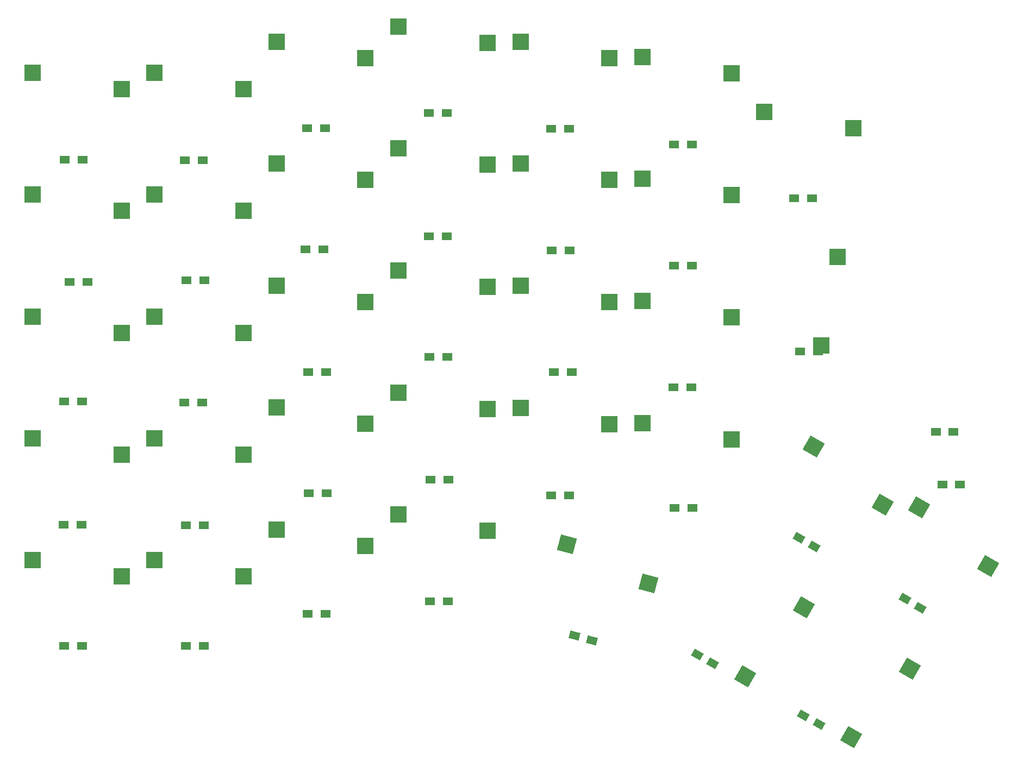
<source format=gtp>
G04 #@! TF.GenerationSoftware,KiCad,Pcbnew,(6.0.11)*
G04 #@! TF.CreationDate,2023-02-13T19:32:05+01:00*
G04 #@! TF.ProjectId,neo-redox,6e656f64-6f78-42e6-9b69-6361645f7063,1.0*
G04 #@! TF.SameCoordinates,Original*
G04 #@! TF.FileFunction,Paste,Top*
G04 #@! TF.FilePolarity,Positive*
%FSLAX46Y46*%
G04 Gerber Fmt 4.6, Leading zero omitted, Abs format (unit mm)*
G04 Created by KiCad (PCBNEW (6.0.11)) date 2023-02-13 19:32:05*
%MOMM*%
%LPD*%
G01*
G04 APERTURE LIST*
G04 Aperture macros list*
%AMRotRect*
0 Rectangle, with rotation*
0 The origin of the aperture is its center*
0 $1 length*
0 $2 width*
0 $3 Rotation angle, in degrees counterclockwise*
0 Add horizontal line*
21,1,$1,$2,0,0,$3*%
G04 Aperture macros list end*
%ADD10RotRect,2.550000X2.500000X330.000000*%
%ADD11R,2.550000X2.500000*%
%ADD12R,1.600000X1.200000*%
%ADD13RotRect,1.600000X1.200000X150.000000*%
%ADD14R,2.500000X2.550000*%
%ADD15RotRect,2.550000X2.500000X240.000000*%
%ADD16RotRect,2.550000X2.500000X345.000000*%
%ADD17R,1.500000X1.200000*%
%ADD18RotRect,1.600000X1.200000X165.000000*%
G04 APERTURE END LIST*
D10*
X171592700Y-95255591D03*
X182317152Y-104380295D03*
D11*
X106910000Y-48840000D03*
X120760000Y-51380000D03*
D12*
X130800000Y-64700000D03*
X133600000Y-64700000D03*
D13*
X169275164Y-109500000D03*
X171700036Y-110900000D03*
X169987564Y-137200000D03*
X172412436Y-138600000D03*
D12*
X111700000Y-81300000D03*
X114500000Y-81300000D03*
X111600000Y-43300000D03*
X114400000Y-43300000D03*
D11*
X87910000Y-89220000D03*
X101760000Y-91760000D03*
X68910000Y-56020000D03*
X82760000Y-58560000D03*
D12*
X130700000Y-102900000D03*
X133500000Y-102900000D03*
X54800000Y-88300000D03*
X57600000Y-88300000D03*
D11*
X125910000Y-70220000D03*
X139760000Y-72760000D03*
D14*
X175280000Y-65710000D03*
X172740000Y-79560000D03*
D10*
X188047200Y-104755591D03*
X198771652Y-113880295D03*
D12*
X149900000Y-104900000D03*
X152700000Y-104900000D03*
D11*
X144910000Y-91620000D03*
X158760000Y-94160000D03*
D12*
X73500000Y-88400000D03*
X76300000Y-88400000D03*
X73792900Y-126400000D03*
X76592900Y-126400000D03*
D13*
X153430164Y-127700000D03*
X155855036Y-129100000D03*
D11*
X49910000Y-37020000D03*
X63760000Y-39560000D03*
X125910000Y-51200000D03*
X139760000Y-53740000D03*
D12*
X111600000Y-62500000D03*
X114400000Y-62500000D03*
X73600000Y-50700000D03*
X76400000Y-50700000D03*
D11*
X163910000Y-43120000D03*
X177760000Y-45660000D03*
X49910000Y-75020000D03*
X63760000Y-77560000D03*
D12*
X169500000Y-80500000D03*
X172300000Y-80500000D03*
X73800000Y-107600000D03*
X76600000Y-107600000D03*
D11*
X125910000Y-89300000D03*
X139760000Y-91840000D03*
D15*
X170081309Y-120387700D03*
X160956605Y-131112152D03*
D11*
X106910000Y-29820000D03*
X120760000Y-32360000D03*
D13*
X185775164Y-119000000D03*
X188200036Y-120400000D03*
D12*
X92792900Y-121400000D03*
X95592900Y-121400000D03*
X131100000Y-83700000D03*
X133900000Y-83700000D03*
X73900000Y-69400000D03*
X76700000Y-69400000D03*
D11*
X68910000Y-94020000D03*
X82760000Y-96560000D03*
X87910000Y-108220000D03*
X101760000Y-110760000D03*
D12*
X55700000Y-69600000D03*
X58500000Y-69600000D03*
D11*
X68910000Y-37020000D03*
X82760000Y-39560000D03*
D12*
X149700000Y-86100000D03*
X152500000Y-86100000D03*
D11*
X144910000Y-72620000D03*
X158760000Y-75160000D03*
D12*
X111792900Y-119400000D03*
X114592900Y-119400000D03*
D16*
X133139127Y-110565125D03*
X145859800Y-116603220D03*
D11*
X49910000Y-94020000D03*
X63760000Y-96560000D03*
X87910000Y-70220000D03*
X101760000Y-72760000D03*
X125910000Y-32200000D03*
X139760000Y-34740000D03*
D12*
X54700000Y-107500000D03*
X57500000Y-107500000D03*
X54800000Y-126400000D03*
X57600000Y-126400000D03*
X149800000Y-67100000D03*
X152600000Y-67100000D03*
D11*
X144910000Y-34620000D03*
X158760000Y-37160000D03*
D12*
X168500000Y-56600000D03*
X171300000Y-56600000D03*
D17*
X194350000Y-101200000D03*
X191650000Y-101200000D03*
D11*
X106910000Y-86920000D03*
X120760000Y-89460000D03*
D12*
X111900000Y-100500000D03*
X114700000Y-100500000D03*
D11*
X87910000Y-32220000D03*
X101760000Y-34760000D03*
X49910000Y-56020000D03*
X63760000Y-58560000D03*
X144910000Y-53580000D03*
X158760000Y-56120000D03*
D12*
X92700000Y-45700000D03*
X95500000Y-45700000D03*
D18*
X134347704Y-124787653D03*
X137052296Y-125512347D03*
D11*
X68910000Y-75020000D03*
X82760000Y-77560000D03*
D12*
X130700000Y-45800000D03*
X133500000Y-45800000D03*
X92400000Y-64600000D03*
X95200000Y-64600000D03*
X92900000Y-102600000D03*
X95700000Y-102600000D03*
X149800000Y-48200000D03*
X152600000Y-48200000D03*
D11*
X106910000Y-105920000D03*
X120760000Y-108460000D03*
X106910000Y-67840000D03*
X120760000Y-70380000D03*
X87910000Y-51220000D03*
X101760000Y-53760000D03*
D12*
X92800000Y-83700000D03*
X95600000Y-83700000D03*
D11*
X68910000Y-113020000D03*
X82760000Y-115560000D03*
D15*
X186544409Y-129892700D03*
X177419705Y-140617152D03*
D17*
X193350000Y-93000000D03*
X190650000Y-93000000D03*
D11*
X49910000Y-113020000D03*
X63760000Y-115560000D03*
D12*
X54900000Y-50600000D03*
X57700000Y-50600000D03*
M02*

</source>
